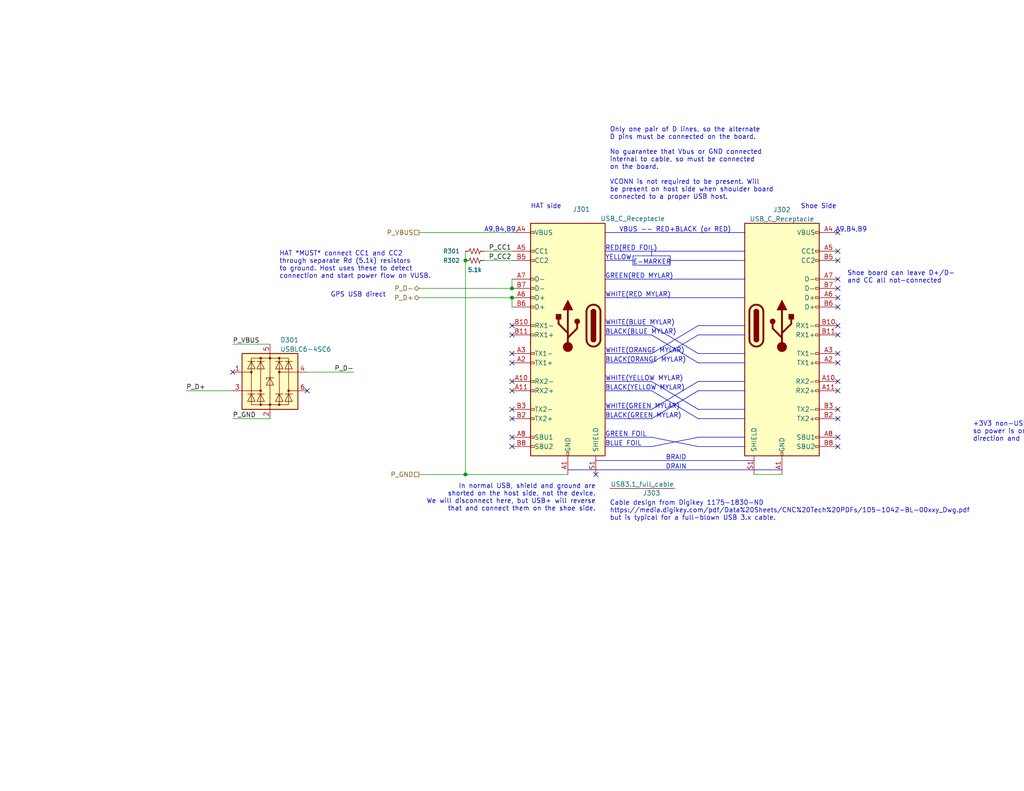
<source format=kicad_sch>
(kicad_sch (version 20211123) (generator eeschema)
  (paper "USLetter")
  (title_block (title "Rollercoasterometer") (date "2022-10-07") (company "Kwan Systems"))
  (lib_symbols
    (symbol "Connector:USB_C_Receptacle" (pin_names (offset 1.016))
      (property "Reference" "J" (at -10.16 29.21 0))
      (property "Value" "USB_C_Receptacle" (at 10.16 29.21 0))
      (symbol "USB_C_Receptacle_0_0"
        (rectangle (start -0.254 -35.56) (end 0.254 -34.544))
        (rectangle (start 10.16 -32.766) (end 9.144 -33.274))
        (rectangle (start 10.16 -30.226) (end 9.144 -30.734))
        (rectangle (start 10.16 -25.146) (end 9.144 -25.654))
        (rectangle (start 10.16 -22.606) (end 9.144 -23.114))
        (rectangle (start 10.16 -17.526) (end 9.144 -18.034))
        (rectangle (start 10.16 -14.986) (end 9.144 -15.494))
        (rectangle (start 10.16 -9.906) (end 9.144 -10.414))
        (rectangle (start 10.16 -7.366) (end 9.144 -7.874))
        (rectangle (start 10.16 -2.286) (end 9.144 -2.794))
        (rectangle (start 10.16 0.254) (end 9.144 -0.254))
        (rectangle (start 10.16 5.334) (end 9.144 4.826))
        (rectangle (start 10.16 7.874) (end 9.144 7.366))
        (rectangle (start 10.16 10.414) (end 9.144 9.906))
        (rectangle (start 10.16 12.954) (end 9.144 12.446))
        (rectangle (start 10.16 18.034) (end 9.144 17.526))
        (rectangle (start 10.16 20.574) (end 9.144 20.066))
        (rectangle (start 10.16 25.654) (end 9.144 25.146))
      )
      (symbol "USB_C_Receptacle_0_1"
        (rectangle (start -10.16 27.94) (end 10.16 -35.56) (stroke (width 0.254)) (fill (type background)))
        (arc (start -8.89 -3.81) (mid -6.985 -5.715) (end -5.08 -3.81) (stroke (width 0.508)))
        (arc (start -7.62 -3.81) (mid -6.985 -4.445) (end -6.35 -3.81) (stroke (width 0.254)))
        (arc (start -7.62 -3.81) (mid -6.985 -4.445) (end -6.35 -3.81) (stroke (width 0.254)) (fill (type outline)))
        (rectangle (start -7.62 -3.81) (end -6.35 3.81) (stroke (width 0.254)) (fill (type outline)))
        (arc (start -6.35 3.81) (mid -6.985 4.445) (end -7.62 3.81) (stroke (width 0.254)))
        (arc (start -6.35 3.81) (mid -6.985 4.445) (end -7.62 3.81) (stroke (width 0.254)) (fill (type outline)))
        (arc (start -5.08 3.81) (mid -6.985 5.715) (end -8.89 3.81) (stroke (width 0.508)))
        (polyline (pts (xy -8.89 -3.81) (xy -8.89 3.81)) (stroke (width 0.508)))
        (polyline (pts (xy -5.08 3.81) (xy -5.08 -3.81)) (stroke (width 0.508)))
      )
      (symbol "USB_C_Receptacle_1_1"
        (circle (center -2.54 1.143) (radius 0.635) (stroke (width 0.254)) (fill (type outline)))
        (circle (center 0 -5.842) (radius 1.27) (fill (type outline)))
        (polyline (pts (xy 0 -5.842) (xy 0 4.318)) (stroke (width 0.508)))
        (polyline (pts (xy 0 -3.302) (xy -2.54 -0.762) (xy -2.54 0.508)) (stroke (width 0.508)))
        (polyline (pts (xy 0 -2.032) (xy 2.54 0.508) (xy 2.54 1.778)) (stroke (width 0.508)))
        (polyline (pts (xy -1.27 4.318) (xy 0 6.858) (xy 1.27 4.318) (xy -1.27 4.318)) (stroke (width 0.254)) (fill (type outline)))
        (rectangle (start 1.905 1.778) (end 3.175 3.048) (stroke (width 0.254)) (fill (type outline)))
        (pin passive line (at 0 -40.64 90) (length 5.08) (name "GND") (number "A1"))
        (pin bidirectional line (at 15.24 -15.24 180) (length 5.08) (name "RX2-") (number "A10"))
        (pin bidirectional line (at 15.24 -17.78 180) (length 5.08) (name "RX2+") (number "A11"))
        (pin passive line (at 0 -40.64 90) (length 5.08) hide (name "GND") (number "A12"))
        (pin bidirectional line (at 15.24 -10.16 180) (length 5.08) (name "TX1+") (number "A2"))
        (pin bidirectional line (at 15.24 -7.62 180) (length 5.08) (name "TX1-") (number "A3"))
        (pin passive line (at 15.24 25.4 180) (length 5.08) (name "VBUS") (number "A4"))
        (pin bidirectional line (at 15.24 20.32 180) (length 5.08) (name "CC1") (number "A5"))
        (pin bidirectional line (at 15.24 7.62 180) (length 5.08) (name "D+") (number "A6"))
        (pin bidirectional line (at 15.24 12.7 180) (length 5.08) (name "D-") (number "A7"))
        (pin bidirectional line (at 15.24 -30.48 180) (length 5.08) (name "SBU1") (number "A8"))
        (pin passive line (at 15.24 25.4 180) (length 5.08) hide (name "VBUS") (number "A9"))
        (pin passive line (at 0 -40.64 90) (length 5.08) hide (name "GND") (number "B1"))
        (pin bidirectional line (at 15.24 0 180) (length 5.08) (name "RX1-") (number "B10"))
        (pin bidirectional line (at 15.24 -2.54 180) (length 5.08) (name "RX1+") (number "B11"))
        (pin passive line (at 0 -40.64 90) (length 5.08) hide (name "GND") (number "B12"))
        (pin bidirectional line (at 15.24 -25.4 180) (length 5.08) (name "TX2+") (number "B2"))
        (pin bidirectional line (at 15.24 -22.86 180) (length 5.08) (name "TX2-") (number "B3"))
        (pin passive line (at 15.24 25.4 180) (length 5.08) hide (name "VBUS") (number "B4"))
        (pin bidirectional line (at 15.24 17.78 180) (length 5.08) (name "CC2") (number "B5"))
        (pin bidirectional line (at 15.24 5.08 180) (length 5.08) (name "D+") (number "B6"))
        (pin bidirectional line (at 15.24 10.16 180) (length 5.08) (name "D-") (number "B7"))
        (pin bidirectional line (at 15.24 -33.02 180) (length 5.08) (name "SBU2") (number "B8"))
        (pin passive line (at 15.24 25.4 180) (length 5.08) hide (name "VBUS") (number "B9"))
        (pin passive line (at -7.62 -40.64 90) (length 5.08) (name "SHIELD") (number "S1"))
      )
    )
    (symbol "KwanSystems:RESISTOR" (pin_numbers hide) (pin_names (offset 1.016) hide)
      (property "Reference" "R" (at -1.27 1.27 0))
      (property "Value" "RESISTOR" (at -1.27 -2.54 0))
      (symbol "RESISTOR_0_1"
        (polyline (pts (xy 0 0) (xy -0.254 0.762) (xy -0.762 -0.762) (xy -1.27 0.762) (xy -1.524 0)))
        (polyline (pts (xy 0 0) (xy 0.254 -0.762) (xy 0.762 0.762) (xy 1.27 -0.762) (xy 1.524 0)))
      )
      (symbol "RESISTOR_1_1"
        (pin passive line (at -2.54 0 0) (length 0.9906) (name "1") (number "1"))
        (pin passive line (at 2.54 0 180) (length 0.9906) (name "2") (number "2"))
      )
    )
    (symbol "KwanSystems:USB3.1_full_cable" (on_board no)
      (property "Reference" "J" (at 0 0 0))
      (property "Value" "USB3.1_full_cable" (at 0 -2.54 0))
      (symbol "USB3.1_full_cable_0_1"
        (polyline (pts (xy -8.89 -1.27) (xy 8.89 -1.27)) (stroke (width 0.1524)))
      )
    )
    (symbol "Power_Protection:USBLC6-4SC6" (pin_names hide)
      (property "Reference" "U" (at 2.54 8.89 0))
      (property "Value" "USBLC6-4SC6" (at 2.54 -8.89 0))
      (symbol "USBLC6-4SC6_0_1"
        (rectangle (start -7.62 -7.62) (end 7.62 7.62) (stroke (width 0.254)) (fill (type background)))
        (circle (center -5.08 2.54) (radius 0.254) (fill (type outline)))
        (circle (center -2.54 -6.35) (radius 0.254) (fill (type outline)))
        (circle (center -2.54 -2.54) (radius 0.254) (fill (type outline)))
        (circle (center -2.54 6.35) (radius 0.254) (fill (type outline)))
        (rectangle (start -2.54 6.35) (end 2.54 -6.35))
        (circle (center 0 -6.35) (radius 0.254) (fill (type outline)))
        (polyline (pts (xy -5.08 2.54) (xy -7.62 2.54)))
        (polyline (pts (xy -4.064 -3.429) (xy -6.096 -3.429)))
        (polyline (pts (xy -4.064 5.461) (xy -6.096 5.461)))
        (polyline (pts (xy -2.54 -2.54) (xy -7.62 -2.54)))
        (polyline (pts (xy -1.524 -3.429) (xy -3.556 -3.429)))
        (polyline (pts (xy -1.524 5.461) (xy -3.556 5.461)))
        (polyline (pts (xy 0 -7.62) (xy 0 -6.35)))
        (polyline (pts (xy 0 -6.35) (xy 0 1.27)))
        (polyline (pts (xy 0 1.27) (xy 0 6.35)))
        (polyline (pts (xy 0 6.35) (xy 0 7.62)))
        (polyline (pts (xy 1.524 -3.429) (xy 3.556 -3.429)))
        (polyline (pts (xy 1.524 5.461) (xy 3.556 5.461)))
        (polyline (pts (xy 2.54 2.54) (xy 7.62 2.54)))
        (polyline (pts (xy 4.064 -3.429) (xy 6.096 -3.429)))
        (polyline (pts (xy 4.064 5.461) (xy 6.096 5.461)))
        (polyline (pts (xy 5.08 -2.54) (xy 7.62 -2.54)))
        (polyline (pts (xy -6.096 -5.461) (xy -4.064 -5.461) (xy -5.08 -3.429) (xy -6.096 -5.461)))
        (polyline (pts (xy -6.096 3.429) (xy -4.064 3.429) (xy -5.08 5.461) (xy -6.096 3.429)))
        (polyline (pts (xy -3.556 -5.461) (xy -1.524 -5.461) (xy -2.54 -3.429) (xy -3.556 -5.461)))
        (polyline (pts (xy -3.556 3.429) (xy -1.524 3.429) (xy -2.54 5.461) (xy -3.556 3.429)))
        (polyline (pts (xy -2.54 6.35) (xy -5.08 6.35) (xy -5.08 -6.35) (xy -2.54 -6.35)))
        (polyline (pts (xy -1.016 -1.016) (xy 1.016 -1.016) (xy 0 1.016) (xy -1.016 -1.016)))
        (polyline (pts (xy 1.016 1.016) (xy 0.762 1.016) (xy -1.016 1.016) (xy -1.016 0.508)))
        (polyline (pts (xy 2.54 6.35) (xy 5.08 6.35) (xy 5.08 -6.35) (xy 2.54 -6.35)))
        (polyline (pts (xy 3.556 -5.461) (xy 1.524 -5.461) (xy 2.54 -3.429) (xy 3.556 -5.461)))
        (polyline (pts (xy 3.556 3.429) (xy 1.524 3.429) (xy 2.54 5.461) (xy 3.556 3.429)))
        (polyline (pts (xy 6.096 -5.461) (xy 4.064 -5.461) (xy 5.08 -3.429) (xy 6.096 -5.461)))
        (polyline (pts (xy 6.096 3.429) (xy 4.064 3.429) (xy 5.08 5.461) (xy 6.096 3.429)))
        (circle (center 0 6.35) (radius 0.254) (fill (type outline)))
        (circle (center 2.54 -6.35) (radius 0.254) (fill (type outline)))
        (circle (center 2.54 2.54) (radius 0.254) (fill (type outline)))
        (circle (center 2.54 6.35) (radius 0.254) (fill (type outline)))
        (circle (center 5.08 -2.54) (radius 0.254) (fill (type outline)))
      )
      (symbol "USBLC6-4SC6_1_1"
        (pin passive line (at -10.16 2.54 0) (length 2.54) (name "I/O1") (number "1"))
        (pin passive line (at 0 -10.16 90) (length 2.54) (name "GND") (number "2"))
        (pin passive line (at -10.16 -2.54 0) (length 2.54) (name "I/O2") (number "3"))
        (pin passive line (at 10.16 2.54 180) (length 2.54) (name "I/O3") (number "4"))
        (pin passive line (at 0 10.16 270) (length 2.54) (name "VBUS") (number "5"))
        (pin passive line (at 10.16 -2.54 180) (length 2.54) (name "I/O4") (number "6"))
      )
    )
  )
  (junction (at 127 129.54))
  (junction (at 127 71.12))
  (junction (at 139.7 81.28))
  (junction (at 139.7 78.74))
  (no_connect (at 162.56 129.54))
  (no_connect (at 139.7 99.06))
  (no_connect (at 139.7 106.68))
  (no_connect (at 139.7 88.9))
  (no_connect (at 139.7 91.44))
  (no_connect (at 139.7 114.3))
  (no_connect (at 139.7 119.38))
  (no_connect (at 139.7 111.76))
  (no_connect (at 228.6 119.38))
  (no_connect (at 228.6 68.58))
  (no_connect (at 228.6 71.12))
  (no_connect (at 228.6 83.82))
  (no_connect (at 228.6 76.2))
  (no_connect (at 228.6 78.74))
  (no_connect (at 228.6 81.28))
  (no_connect (at 139.7 121.92))
  (no_connect (at 139.7 104.14))
  (no_connect (at 228.6 111.76))
  (no_connect (at 228.6 88.9))
  (no_connect (at 139.7 96.52))
  (no_connect (at 228.6 91.44))
  (no_connect (at 228.6 96.52))
  (no_connect (at 228.6 99.06))
  (no_connect (at 228.6 104.14))
  (no_connect (at 228.6 106.68))
  (no_connect (at 228.6 114.3))
  (no_connect (at 228.6 121.92))
  (no_connect (at 228.6 63.5))
  (no_connect (at 63.5 101.6))
  (no_connect (at 83.82 106.68))
  (polyline (pts (xy 172.72 69.85) (xy 172.72 72.39)) (stroke (width 0) (type solid)))
  (polyline (pts (xy 190.5 119.38) (xy 203.2 119.38)) (stroke (width 0) (type solid)))
  (polyline (pts (xy 177.8 99.06) (xy 190.5 91.44)) (stroke (width 0) (type solid)))
  (polyline (pts (xy 190.5 111.76) (xy 203.2 111.76)) (stroke (width 0) (type solid)))
  (polyline (pts (xy 172.72 72.39) (xy 182.88 72.39)) (stroke (width 0) (type solid)))
  (polyline (pts (xy 165.1 76.2) (xy 203.2 76.2)) (stroke (width 0) (type solid)))
  (polyline (pts (xy 190.5 88.9) (xy 203.2 88.9)) (stroke (width 0) (type solid)))
  (polyline (pts (xy 165.1 121.92) (xy 177.8 121.92)) (stroke (width 0) (type solid)))
  (polyline (pts (xy 165.1 111.76) (xy 177.8 111.76)) (stroke (width 0) (type solid)))
  (polyline (pts (xy 165.1 68.58) (xy 203.2 68.58)) (stroke (width 0) (type solid)))
  (polyline (pts (xy 177.8 68.58) (xy 177.8 69.85)) (stroke (width 0) (type solid)))
  (polyline (pts (xy 165.1 119.38) (xy 177.8 119.38)) (stroke (width 0) (type solid)))
  (polyline (pts (xy 162.56 125.73) (xy 205.74 125.73)) (stroke (width 0) (type solid)))
  (wire (pts (xy 132.08 68.58) (xy 139.7 68.58)))
  (polyline (pts (xy 165.1 96.52) (xy 177.8 96.52)) (stroke (width 0) (type solid)))
  (polyline (pts (xy 182.88 71.12) (xy 203.2 71.12)) (stroke (width 0) (type solid)))
  (wire (pts (xy 50.8 106.68) (xy 63.5 106.68)))
  (polyline (pts (xy 165.1 106.68) (xy 177.8 106.68)) (stroke (width 0) (type solid)))
  (polyline (pts (xy 190.5 96.52) (xy 203.2 96.52)) (stroke (width 0) (type solid)))
  (polyline (pts (xy 165.1 88.9) (xy 177.8 88.9)) (stroke (width 0) (type solid)))
  (polyline (pts (xy 190.5 114.3) (xy 203.2 114.3)) (stroke (width 0) (type solid)))
  (wire (pts (xy 132.08 71.12) (xy 139.7 71.12)))
  (wire (pts (xy 114.3 81.28) (xy 139.7 81.28)))
  (polyline (pts (xy 165.1 71.12) (xy 172.72 71.12)) (stroke (width 0) (type solid)))
  (wire (pts (xy 139.7 81.28) (xy 139.7 83.82)))
  (wire (pts (xy 83.82 101.6) (xy 96.52 101.6)))
  (wire (pts (xy 114.3 78.74) (xy 139.7 78.74)))
  (wire (pts (xy 114.3 129.54) (xy 127 129.54)))
  (polyline (pts (xy 165.1 81.28) (xy 203.2 81.28)) (stroke (width 0) (type solid)))
  (polyline (pts (xy 165.1 99.06) (xy 177.8 99.06)) (stroke (width 0) (type solid)))
  (polyline (pts (xy 177.8 111.76) (xy 190.5 104.14)) (stroke (width 0) (type solid)))
  (wire (pts (xy 127 129.54) (xy 154.94 129.54)))
  (wire (pts (xy 205.74 129.54) (xy 213.36 129.54)))
  (wire (pts (xy 127 68.58) (xy 127 71.12)))
  (polyline (pts (xy 177.8 96.52) (xy 190.5 88.9)) (stroke (width 0) (type solid)))
  (polyline (pts (xy 165.1 114.3) (xy 177.8 114.3)) (stroke (width 0) (type solid)))
  (polyline (pts (xy 190.5 91.44) (xy 203.2 91.44)) (stroke (width 0) (type solid)))
  (polyline (pts (xy 165.1 91.44) (xy 177.8 91.44)) (stroke (width 0) (type solid)))
  (polyline (pts (xy 165.1 104.14) (xy 177.8 104.14)) (stroke (width 0) (type solid)))
  (polyline (pts (xy 182.88 72.39) (xy 182.88 69.85)) (stroke (width 0) (type solid)))
  (polyline (pts (xy 190.5 104.14) (xy 203.2 104.14)) (stroke (width 0) (type solid)))
  (wire (pts (xy 63.5 114.3) (xy 73.66 114.3)))
  (polyline (pts (xy 154.94 128.27) (xy 213.36 128.27)) (stroke (width 0) (type solid)))
  (wire (pts (xy 63.5 93.98) (xy 73.66 93.98)))
  (polyline (pts (xy 177.8 121.92) (xy 190.5 119.38)) (stroke (width 0) (type solid)))
  (polyline (pts (xy 177.8 114.3) (xy 190.5 106.68)) (stroke (width 0) (type solid)))
  (polyline (pts (xy 177.8 106.68) (xy 190.5 114.3)) (stroke (width 0) (type solid)))
  (polyline (pts (xy 177.8 119.38) (xy 190.5 121.92)) (stroke (width 0) (type solid)))
  (wire (pts (xy 139.7 76.2) (xy 139.7 78.74)))
  (polyline (pts (xy 182.88 69.85) (xy 172.72 69.85)) (stroke (width 0) (type solid)))
  (polyline (pts (xy 177.8 104.14) (xy 190.5 111.76)) (stroke (width 0) (type solid)))
  (wire (pts (xy 114.3 63.5) (xy 139.7 63.5)))
  (polyline (pts (xy 190.5 106.68) (xy 203.2 106.68)) (stroke (width 0) (type solid)))
  (polyline (pts (xy 190.5 121.92) (xy 203.2 121.92)) (stroke (width 0) (type solid)))
  (polyline (pts (xy 177.8 91.44) (xy 190.5 99.06)) (stroke (width 0) (type solid)))
  (polyline (pts (xy 177.8 88.9) (xy 190.5 96.52)) (stroke (width 0) (type solid)))
  (polyline (pts (xy 165.1 63.5) (xy 203.2 63.5)) (stroke (width 0) (type solid)))
  (wire (pts (xy 127 71.12) (xy 127 129.54)))
  (polyline (pts (xy 190.5 99.06) (xy 203.2 99.06)) (stroke (width 0) (type solid)))
  (text "A9,B4,B9," (at 132.08 63.5 0) (effects (font (size 1.27 1.27)) (justify left bottom)))
  (text "HAT *MUST* connect CC1 and CC2\nthrough separate Rd (5.1k) resistors \nto ground. Host uses these to detect\nconnection and start power flow on VUSB." (at 76.2 76.2 0) (effects (font (size 1.27 1.27)) (justify left bottom)))
  (text "Cable design from Digikey 1175-1830-ND\nhttps://media.digikey.com/pdf/Data%20Sheets/CNC%20Tech%20PDFs/105-1042-BL-00xxy_Dwg.pdf\nbut is typical for a full-blown USB 3.x cable." (at 166.37 142.24 0) (effects (font (size 1.27 1.27)) (justify left bottom)))
  (text "HAT side" (at 144.78 57.15 0) (effects (font (size 1.27 1.27)) (justify left bottom)))
  (text "E-MARKER" (at 172.72 72.39 0) (effects (font (size 1.27 1.27)) (justify left bottom)))
  (text "DRAIN" (at 181.61 128.27 0) (effects (font (size 1.27 1.27)) (justify left bottom)))
  (text "VBUS -- RED+BLACK (or RED)" (at 168.91 63.5 0) (effects (font (size 1.27 1.27)) (justify left bottom)))
  (text ",A9,B4,B9" (at 227.33 63.5 0) (effects (font (size 1.27 1.27)) (justify left bottom)))
  (text "Shoe Side" (at 218.44 57.15 0) (effects (font (size 1.27 1.27)) (justify left bottom)))
  (text "WHITE(BLUE MYLAR)" (at 165.1 88.9 0) (effects (font (size 1.27 1.27)) (justify left bottom)))
  (text "GREEN(RED MYLAR)" (at 165.1 76.2 0) (effects (font (size 1.27 1.27)) (justify left bottom)))
  (text "BLACK(GREEN MYLAR)" (at 165.1 114.3 0) (effects (font (size 1.27 1.27)) (justify left bottom)))
  (text "Only one pair of D lines, so the alternate\nD pins must be connected on the board.\n\nNo guarantee that Vbus or GND connected\ninternal to cable, so must be connected\non the board.\n\nVCONN is not required to be present. Will\nbe present on host side when shoulder board\nconnected to a proper USB host." (at 166.37 54.61 0) (effects (font (size 1.27 1.27)) (justify left bottom)))
  (text "GREEN FOIL" (at 165.1 119.38 0) (effects (font (size 1.27 1.27)) (justify left bottom)))
  (text "In normal USB, shield and ground are\nshorted on the host side, not the device.\nWe will disconnect here, but USB+ will reverse\nthat and connect them on the shoe side." (at 162.56 139.7 0) (effects (font (size 1.27 1.27)) (justify right bottom)))
  (text "WHITE(YELLOW MYLAR)" (at 165.1 104.14 0) (effects (font (size 1.27 1.27)) (justify left bottom)))
  (text "YELLOW" (at 165.1 71.12 0) (effects (font (size 1.27 1.27)) (justify left bottom)))
  (text "BRAID" (at 181.61 125.73 0) (effects (font (size 1.27 1.27)) (justify left bottom)))
  (text "WHITE(ORANGE MYLAR)" (at 165.1 96.52 0) (effects (font (size 1.27 1.27)) (justify left bottom)))
  (text "BLACK(ORANGE MYLAR)" (at 165.1 99.06 0) (effects (font (size 1.27 1.27)) (justify left bottom)))
  (text "RED(RED FOIL)" (at 165.1 68.58 0) (effects (font (size 1.27 1.27)) (justify left bottom)))
  (text "Shoe board can leave D+/D- \nand CC all not-connected" (at 231.14 77.47 0) (effects (font (size 1.27 1.27)) (justify left bottom)))
  (text "WHITE(RED MYLAR)" (at 165.1 81.28 0) (effects (font (size 1.27 1.27)) (justify left bottom)))
  (text "GPS USB direct" (at 90.17 81.28 0) (effects (font (size 1.27 1.27)) (justify left bottom)))
  (text "BLACK(YELLOW MYLAR)" (at 165.1 106.68 0) (effects (font (size 1.27 1.27)) (justify left bottom)))
  (text "BLUE FOIL" (at 165.1 121.92 0) (effects (font (size 1.27 1.27)) (justify left bottom)))
  (text "BLACK(BLUE MYLAR)" (at 165.1 91.44 0) (effects (font (size 1.27 1.27)) (justify left bottom)))
  (text "+3V3 non-USB supply. Intentionally polarized,\nso power is only supplied if wire is correct\ndirection and other signals are aligned." (at 265.43 120.65 0) (effects (font (size 1.27 1.27)) (justify left bottom)))
  (text "WHITE(GREEN MYLAR)" (at 165.1 111.76 0) (effects (font (size 1.27 1.27)) (justify left bottom)))
  (label "P_CC2" (at 133.35 71.12 0))
  (label "P_VBUS" (at 63.5 93.98 0))
  (label "P_CC1" (at 133.35 68.58 0))
  (label "P_D-" (at 96.52 101.6 180))
  (label "P_D+" (at 50.8 106.68 0))
  (label "P_GND" (at 63.5 114.3 0))
  (hierarchical_label "P_D+" (shape bidirectional) (at 114.3 81.28 180))
  (hierarchical_label "P_GND" (shape passive) (at 114.3 129.54 180))
  (hierarchical_label "P_D-" (shape bidirectional) (at 114.3 78.74 180))
  (hierarchical_label "P_VBUS" (shape passive) (at 114.3 63.5 180))
  (symbol (lib_id "Connector:USB_C_Receptacle") (at 154.94 88.9 0) (mirror y) (unit 1)
    (property "Reference" "J301" (at 156.21 57.15 0) (effects (justify right)))
    (property "Value" "USB_C_Receptacle" (at 163.83 59.69 0) (effects (justify right)))
    (property "Footprint" "KwanSystems:USB_C_Amphenol_MidMount_with_cutout" (effects hide))
    (property "Datasheet" "https://www.usb.org/sites/default/files/documents/usb_type-c.zip" (effects hide))
    (property "Purpose" "Pocket board USB+ connector" (effects hide))
    (property "Digikey" "664-12402072E512ACT-ND" (effects hide))
    (property "Number on hand" "7" (effects hide))
  )
  (symbol (lib_id "KwanSystems:RESISTOR") (at 129.54 71.12 0) (unit 1)
    (property "Reference" "R302" (at 123.19 71.12 0) (effects (font (size 1.143 1.143))))
    (property "Value" "5.1k" (at 129.54 73.66 0) (effects (font (size 1.143 1.143))))
    (property "Footprint" "Resistor_SMD:R_0402_1005Metric" (effects hide))
    (property "Digikey" "P5.1KJCT-ND" (effects hide))
    (property "Number on hand" "12" (effects hide))
  )
  (symbol (lib_id "KwanSystems:RESISTOR") (at 129.54 68.58 0) (unit 1)
    (property "Reference" "R301" (at 123.19 68.58 0) (effects (font (size 1.143 1.143))))
    (property "Value" "5.1k" (at 129.54 73.66 0) (effects (font (size 1.143 1.143))))
    (property "Footprint" "Resistor_SMD:R_0402_1005Metric" (effects hide))
    (property "Digikey" "P5.1KJCT-ND" (effects hide))
    (property "Number on hand" "12" (effects hide))
  )
  (symbol (lib_id "Power_Protection:USBLC6-4SC6") (at 73.66 104.14 0) (unit 1)
    (property "Reference" "D301" (at 76.4287 92.8202 0) (effects (justify left)))
    (property "Value" "USBLC6-4SC6" (at 76.4287 95.3571 0) (effects (justify left)))
    (property "Footprint" "Package_TO_SOT_SMD:SOT-23-6" (effects hide))
    (property "Datasheet" "https://www.st.com/resource/en/datasheet/usblc6-4.pdf" (effects hide))
    (property "Number on hand" "1" (effects hide))
  )
  (symbol (lib_id "Connector:USB_C_Receptacle") (at 213.36 88.9 0) (unit 1) (in_bom no) (on_board no)
    (property "Reference" "J302" (at 213.36 57.2602 0))
    (property "Value" "USB_C_Receptacle" (at 213.36 59.7971 0))
    (property "Footprint" "KwanSystems:USB_C_Amphenol_MidMount_with_cutout" (effects hide))
    (property "Datasheet" "https://www.usb.org/sites/default/files/documents/usb_type-c.zip" (effects hide))
    (property "Purpose" "Remote board USB+ connector" (effects hide))
    (property "Digikey" "664-12402072E512ACT-ND" (effects hide))
    (property "Number on hand" "7" (effects hide))
  )
  (symbol (lib_id "KwanSystems:USB3.1_full_cable") (at 175.26 132.08 0) (unit 1) (on_board no)
    (property "Reference" "J303" (at 177.8 134.62 0))
    (property "Value" "USB3.1_full_cable" (at 175.26 132.2094 0))
    (property "Digikey" "839-10-03674-ND" (effects hide))
    (property "Purpose" "Connector cables" (effects hide))
  )
)
</source>
